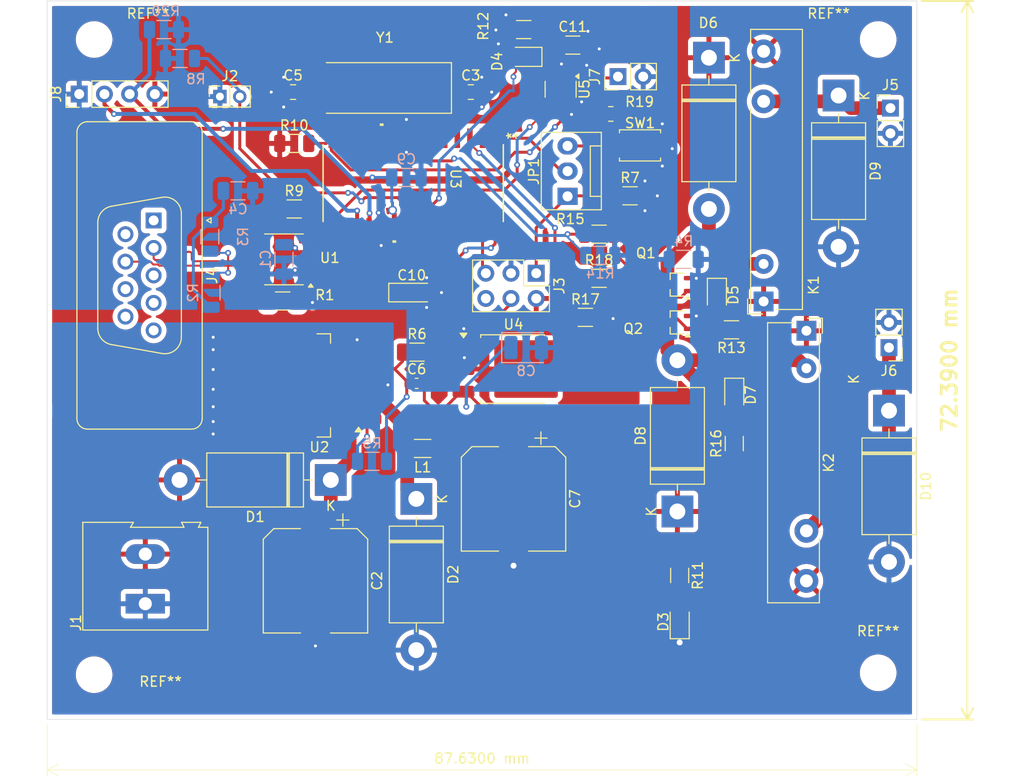
<source format=kicad_pcb>
(kicad_pcb (version 20240108) (generator "pcbnew") (generator_version "8.0")
  (layers (0 "F.Cu" signal) (31 "B.Cu" signal) (34 "B.Paste" user) (35 "F.Paste" user) (36 "B.SilkS" user "B.Silkscreen") (37 "F.SilkS" user "F.Silkscreen") (38 "B.Mask" user) (39 "F.Mask" user) (44 "Edge.Cuts" user))
  (net 0 "")
  (net 1 "+5V")
  (net 2 "GND")
  (net 3 "/OSC1")
  (net 4 "Net-(C4-Pad1)")
  (net 5 "/OSC2")
  (net 6 "Net-(U2-FB)")
  (net 7 "Vbat")
  (net 8 "Net-(D3-A)")
  (net 9 "GNDPWR")
  (net 10 "Net-(D4-K)")
  (net 11 "LED_pneumatics")
  (net 12 "Net-(D5-A)")
  (net 13 "Net-(D7-A)")
  (net 14 "Solenoide")
  (net 15 "Boto")
  (net 16 "PGC")
  (net 18 "MCLR")
  (net 19 "PGD")
  (net 27 "Net-(Q1-B)")
  (net 28 "Net-(Q2-B)")
  (net 29 "Net-(U1-Rs)")
  (net 30 "SCA")
  (net 31 "SCL")
  (net 32 "R_Bomba")
  (net 33 "R_Dipòsit")
  (net 35 "TXD")
  (net 36 "RXD")
  (net 42 "CANRX")
  (net 44 "CANTX")
  (net 49 "Nivell_combustible")
  (net 50 "Net-(JP1-B)")
  (net 51 "Net-(JP1-C)")
  (net 52 "/Can-")
  (net 53 "/Can+")
  (net 54 "Bomba_combustible")
  (net 55 "Retorn_sol")
  (net 56 "Retorn_dip")
  (net 57 "Vin_Buck")
  (net 58 "Vin_LDO")
  (net 59 "Vout_Buck")
  (footprint "Library:TO-252-3_TabPin2" (layer "F.Cu") (at 175.26 108.204)
    (property "Reference" "U4")
    (property "Value" "LM1117DT-5.0")
  )
  (footprint "Diode_THT:D_DO-201AD_P15.24mm_Horizontal" (layer "F.Cu") (at 213.09 112.395 -90)
    (property "Reference" "D10")
    (property "Value" "1N5408")
  )
  (footprint "Capacitor_SMD:C_1206_3216Metric" (layer "F.Cu") (at 181.229 75.565)
    (property "Reference" "C11")
    (property "Value" "100nF")
  )
  (footprint "Librery_SOIC28:SOIC28-W_MC_MCH" (layer "F.Cu") (at 165.15 89.47 -90)
    (property "Reference" "U3")
    (property "Value" "PIC18F258-I/SO")
  )
  (footprint "Diode_THT:D_DO-201AD_P15.24mm_Horizontal" (layer "F.Cu") (at 165.465 121.285 -90)
    (property "Reference" "D2")
    (property "Value" "1N5822")
  )
  (footprint "LED_SMD:LED_0805_2012Metric" (layer "F.Cu") (at 176.4375 76.75 180)
    (property "Reference" "D4")
    (property "Value" "LED")
  )
  (footprint "Diode_THT:D_DO-201AD_P15.24mm_Horizontal" (layer "F.Cu") (at 208.01 80.645 -90)
    (property "Reference" "D9")
    (property "Value" "1N5408")
  )
  (footprint "MountingHole:MountingHole_3.2mm_M3" (layer "F.Cu") (at 133 75)
    (property "Reference" "REF**")
    (property "Value" "MountingHole_3.2mm_M3")
  )
  (footprint "Package_TO_SOT_SMD:SOT-323_SC-70" (layer "F.Cu") (at 191.77 99.695 180)
    (property "Reference" "Q1")
    (property "Value" "2SC4213")
  )
  (footprint "Resistor_SMD:R_1206_3216Metric" (layer "F.Cu") (at 153.162 92.075)
    (property "Reference" "R9")
    (property "Value" "10K")
  )
  (footprint "LED_SMD:LED_0805_2012Metric" (layer "F.Cu") (at 192 133.6875 90)
    (property "Reference" "D3")
    (property "Value" "LED")
  )
  (footprint "Diode_THT:D_DO-201AD_P15.24mm_Horizontal" (layer "F.Cu") (at 191.77 122.555 90)
    (property "Reference" "D8")
    (property "Value" "1N5408")
  )
  (footprint "Capacitor_SMD:C_0603_1608Metric" (layer "F.Cu") (at 165.5 109.65)
    (property "Reference" "C6")
    (property "Value" "1nF")
  )
  (footprint "Resistor_SMD:R_1206_3216Metric" (layer "F.Cu") (at 153.162 85.471)
    (property "Reference" "R10")
    (property "Value" "10K")
  )
  (footprint "Capacitor_SMD:C_0805_2012Metric" (layer "F.Cu") (at 153.05 80.3)
    (property "Reference" "C5")
    (property "Value" "15p")
  )
  (footprint "LED_SMD:LED_0805_2012Metric" (layer "F.Cu") (at 197.5 110.8125 -90)
    (property "Reference" "D7")
    (property "Value" "LED")
  )
  (footprint "Resistor_SMD:R_1206_3216Metric" (layer "F.Cu") (at 187 90.75)
    (property "Reference" "R7")
    (property "Value" "4,7k")
  )
  (footprint "Resistor_SMD:R_1206_3216Metric" (layer "F.Cu") (at 192 129 -90)
    (property "Reference" "R11")
    (property "Value" "460")
  )
  (footprint "Package_TO_SOT_SMD:SOT-323_SC-70" (layer "F.Cu") (at 191.77 103.505 180)
    (property "Reference" "Q2")
    (property "Value" "2SC4213")
  )
  (footprint "Resistor_SMD:R_1206_3216Metric" (layer "F.Cu") (at 197.5 115.7125 90)
    (property "Reference" "R16")
    (property "Value" "510")
  )
  (footprint "Connector_PinHeader_2.54mm:PinHeader_1x02_P2.54mm_Vertical" (layer "F.Cu") (at 213.09 106.05 180)
    (property "Reference" "J6")
    (property "Value" "Conn_01x02")
  )
  (footprint "Resistor_SMD:R_1206_3216Metric" (layer "F.Cu") (at 165.5375 106.5)
    (property "Reference" "R6")
    (property "Value" "3,9K")
  )
  (footprint "MountingHole:MountingHole_3.2mm_M3" (layer "F.Cu") (at 133 139)
    (property "Reference" "REF**")
    (property "Value" "MountingHole_3.2mm_M3")
  )
  (footprint "Diode_THT:D_DO-201AD_P15.24mm_Horizontal" (layer "F.Cu") (at 194.945 76.835 -90)
    (property "Reference" "D6")
    (property "Value" "1N5408")
  )
  (footprint "MountingHole:MountingHole_3.2mm_M3" (layer "F.Cu") (at 212 138.811)
    (property "Reference" "REF**")
    (property "Value" "MountingHole_3.2mm_M3")
  )
  (footprint "Package_SO:SOIC-8_3.9x4.9mm_P1.27mm" (layer "F.Cu") (at 152.13 97.155 180)
    (property "Reference" "U1")
    (property "Value" "MCP2551-I-SN")
  )
  (footprint "Resistor_SMD:R_1206_3216Metric" (layer "F.Cu") (at 152 101.346)
    (property "Reference" "R1")
    (property "Value" "15k")
  )
  (footprint "Library:TO-263-5_TabPin3" (layer "F.Cu") (at 151.995 109.855 180)
    (property "Reference" "U2")
    (property "Value" "LM2596S-ADJ")
  )
  (footprint "Resistor_SMD:R_1206_3216Metric" (layer "F.Cu") (at 182.499 102.997)
    (property "Reference" "R17")
    (property "Value" "4.7K")
  )
  (footprint "Connector_PinHeader_2.54mm:PinHeader_1x04_P2.54mm_Vertical" (layer "F.Cu") (at 131.5 80.5 90)
    (property "Reference" "J8")
    (property "Value" "Conn_01x04")
  )
  (footprint "Connector:FanPinHeader_1x03_P2.54mm_Vertical" (layer "F.Cu") (at 180.705 90.805 90)
    (property "Reference" "JP1")
    (property "Value" "Jumper_3_Open")
  )
  (footprint "Resistor_SMD:R_1206_3216Metric" (layer "F.Cu") (at 176.2875 74 180)
    (property "Reference" "R12")
    (property "Value" "515")
  )
  (footprint "Button_Switch_SMD:SW_Push_SPST_NO_Alps_SKRK" (layer "F.Cu") (at 188.005 85.67)
    (property "Reference" "SW1")
    (property "Value" "SW_Push")
  )
  (footprint "Relay_THT:Relay_SPST-NO_Fujitsu_FTR-LYAA005x_FormA_Vertical" (layer "F.Cu") (at 204.7675 104.3475 -90)
    (property "Reference" "K2")
    (property "Value" "Fujitsu_FTR-LYAA005x")
  )
  (footprint "Resistor_SMD:R_0805_2012Metric" (layer "F.Cu") (at 185.0625 82.5)
    (property "Reference" "R19")
    (property "Value" "10k")
  )
  (footprint "LED_SMD:LED_0805_2012Metric" (layer "F.Cu") (at 195.75 100.75 -90)
    (property "Reference" "D5")
    (property "Value" "LED")
  )
  (footprint "Connector_PinHeader_2.54mm:PinHeader_1x02_P2.54mm_Vertical" (layer "F.Cu") (at 185.785 78.74 90)
    (property "Reference" "J7")
    (property "Value" "Conn_01x02")
  )
  (footprint "Crystal:Crystal_SMD_HC49-SD" (layer "F.Cu") (at 162.306 79.883 180)
    (property "Reference" "Y1")
    (property "Value" "HC-49-US")
  )
  (footprint "Capacitor_SMD:CP_Elec_10x10" (layer "F.Cu") (at 155.305 129.54 -90)
    (property "Reference" "C2")
    (property "Value" "120uF")
  )
  (footprint "Inductor_SMD:L_1206_3216Metric" (layer "F.Cu") (at 166.1 116.205 180)
    (property "Reference" "L1")
    (property "Value" "33u")
  )
  (footprint "Connector_PinHeader_2.00mm:PinHeader_2x01_P2.00mm_Vertical" (layer "F.Cu") (at 145.675 80.75)
    (property "Reference" "J2")
    (property "Value" "Conn_01x02")
  )
  (footprint "Resistor_SMD:R_1206_3216Metric" (layer "F.Cu") (at 183.88 94.615)
    (property "Reference" "R15")
    (property "Value" "1k")
  )
  (footprint "Capacitor_SMD:CP_Elec_10x10" (layer "F.Cu") (at 175.26 121.285 -90)
    (property "Reference" "C7")
    (property "Value" "470uF")
  )
  (footprint "Resistor_SMD:R_1206_3216Metric" (layer "F.Cu") (at 183.88 99.06)
    (property "Reference" "R18")
    (property "Value" "1k")
  )
  (footprint "Connector_PinHeader_2.54mm:PinHeader_1x02_P2.54mm_Vertical" (layer "F.Cu") (at 213.233 81.915)
    (property "Reference" "J5")
    (property "Value" "Conn_01x02")
  )
  (footprint "Connector_PinHeader_2.54mm:PinHeader_2x03_P2.54mm_Vertical" (layer "F.Cu") (at 177.546 98.552 -90)
    (property "Reference" "J3")
    (property "Value" "Conn_02x03_Counter_Clockwise")
  )
  (footprint "Capacitor_SMD:C_0805_2012Metric" (layer "F.Cu") (at 170.955 80.3)
    (property "Reference" "C3")
    (property "Value" "15p")
  )
  (footprint "MountingHole:MountingHole_3.2mm_M3" (layer "F.Cu") (at 212 75)
    (property "Reference" "REF**")
    (property "Value" "MountingHole_3.2mm_M3")
  )
  (footprint "Relay_THT:Relay_SPST-NO_Fujitsu_FTR-LYAA005x_FormA_Vertical" (layer "F.Cu") (at 200.4575 101.3925 90)
    (property "Reference" "K1")
    (property "Value" "Fujitsu_FTR-LYAA005x")
  )
  (footprint "Connector_Dsub:DSUB-9_Male_Vertical_P2.77x2.84mm" (layer "F.Cu") (at 139 93.23 -90)
    (property "Reference" "J4")
    (property "Value" "DE9_Plug")
  )
  (footprint "Package_TO_SOT_SMD:SOT-23-6" (layer "F.Cu") (at 180.005 80.01 -90)
    (property "Reference" "U5")
    (property "Value" "MCP4725xxx-xCH")
  )
  (footprint "Diode_THT:D_DO-201AD_P15.24mm_Horizontal" (layer "F.Cu") (at 156.845 119.38 180)
    (property "Reference" "D1")
    (property "Value" "MBR340")
  )
  (footprint "Resistor_SMD:R_1206_3216Metric" (layer "F.Cu") (at 197.2125 104.25 180)
    (property "Reference" "R13")
    (property "Value" "510")
  )
  (footprint "Capacitor_Tantalum_SMD:CP_EIA-3216-12_Kemet-S" (layer "F.Cu") (at 165 100.5)
    (property "Reference" "C10")
    (property "Value" "22u")
  )
  (footprint "TerminalBlock:TerminalBlock_Altech_AK300-2_P5.00mm" (layer "F.Cu") (at 138.16 131.85 90)
    (property "Reference" "J1")
    (property "Value" "Screw_Terminal_01x02")
  )
  (footprint "Capacitor_Tantalum_SMD:CP_EIA-3528-12_Kemet-T" (layer "B.Cu") (at 176.53 106.045)
    (property "Reference" "C8")
    (property "Value" "10u")
  )
  (footprint "Resistor_SMD:R_1206_3216Metric" (layer "B.Cu") (at 184 96.75)
    (property "Reference" "R14")
    (property "Value" "4,7k")
  )
  (footprint "Resistor_SMD:R_1206_3216Metric" (layer "B.Cu") (at 140.0375 74)
    (property "Reference" "R20")
    (property "Value" "10k")
  )
  (footprint "Resistor_SMD:R_1206_3216Metric" (layer "B.Cu") (at 141.649 76.911 180)
    (property "Reference" "R8")
    (property "Value" "4,7k")
  )
  (footprint "Resistor_SMD:R_1206_3216Metric" (layer "B.Cu") (at 192.405 97.155 180)
    (property "Reference" "R4")
    (property "Value" "0")
  )
  (footprint "Capacitor_SMD:C_1206_3216Metric" (layer "B.Cu") (at 147.5 90.25)
    (property "Reference" "C4")
    (property "Value" "100pF")
  )
  (footprint "Capacitor_SMD:C_1206_3216Metric" (layer "B.Cu") (at 152.13 97.155 -90)
    (property "Reference" "C1")
    (property "Value" "100nF")
  )
  (footprint "Resistor_SMD:R_1206_3216Metric" (layer "B.Cu") (at 161 117.5 180)
    (property "Reference" "R5")
    (property "Value" "1k")
  )
  (footprint "Capacitor_SMD:C_1206_3216Metric" (layer "B.Cu") (at 164.465 88.9 180)
    (property "Reference" "C9")
    (property "Value" "100nF")
  )
  (footprint "Resistor_SMD:R_1206_3216Metric" (layer "B.Cu") (at 144.78 100.5225 -90)
    (property "Reference" "R2")
    (property "Value" "60")
  )
  (footprint "Resistor_SMD:R_1206_3216Metric" (layer "B.Cu") (at 144.653 94.869 -90)
    (property "Reference" "R3")
    (property "Value" "60")
  )
  (gr_rect (start 128.27 71.12) (end 215.9 143.51) (stroke (width 0.05)) (fill none) (layer "Edge.Cuts"))
  (dimension (type aligned) (layer "F.SilkS") (pts (xy 215.9 143.51) (xy 128.27 143.51)) (height -5.08) (gr_text "87,6300 mm" (at 172.085 147.44 0) (layer "F.SilkS") (effects (font (size 1 1) (thickness 0.15)))) (format (prefix "") (suffix "") (units 3) (units_format 1) (precision 4)) (style (thickness 0.05) (arrow_length 1.27) (text_position_mode 0) (extension_height 0.58642) (extension_offset 0.5) keep_text_aligned))
  (dimension (type aligned) (layer "F.SilkS") (pts (xy 215.9 143.51) (xy 215.9 71.12)) (height 5.08) (gr_text "72,3900 mm" (at 219.18 107.315 90) (layer "F.SilkS") (effects (font (size 1.5 1.5) (thickness 0.3)))) (format (prefix "") (suffix "") (units 3) (units_format 1) (precision 4)) (style (thickness 0.2) (arrow_length 1.27) (text_position_mode 0) (extension_height 0.58642) (extension_offset 0.5) keep_text_aligned))
  (segment (start 163.245 92.379) (end 163.068 92.202) (width 0.2) (layer "F.Cu") (net 1))
  (segment (start 163.245 93.9912) (end 163.245 92.379) (width 0.2) (layer "F.Cu") (net 1))
  (segment (start 153.77 96.52) (end 153.25 96) (width 0.2) (layer "F.Cu") (net 1))
  (segment (start 154.605 96.52) (end 153.77 96.52) (width 0.2) (layer "F.Cu") (net 1))
  (via (at 161.036 88.9) (size 0.6) (drill 0.3) (layers "F.Cu" "B.Cu") (net 1))
  (via (at 153.25 96) (size 0.6) (drill 0.3) (layers "F.Cu" "B.Cu") (net 1))
  (via (at 163.068 92.202) (size 0.9) (drill 0.6) (layers "F.Cu" "B.Cu") (net 1))
  (segment (start 162.99 91.362) (end 162.99 88.9) (width 0.3) (layer "B.Cu") (net 1))
  (segment (start 161.036 88.9) (end 162.99 88.9) (width 0.3) (layer "B.Cu") (net 1))
  (segment (start 163.068 92.202) (end 163.068 91.44) (width 0.3) (layer "B.Cu") (net 1))
  (segment (start 163.068 91.44) (end 162.99 91.362) (width 0.2) (layer "B.Cu") (net 1))
  (segment (start 153.25 96) (end 152.45 96) (width 0.2) (layer "B.Cu") (net 1))
  (segment (start 152.45 96) (end 152.13 95.68) (width 0.2) (layer "B.Cu") (net 1))
  (segment (start 166.5 102) (end 166.5 100.65) (width 0.2) (layer "F.Cu") (net 2))
  (segment (start 182.626 77.597) (end 182.704 77.519) (width 0.2) (layer "F.Cu") (net 2))
  (segment (start 173.736 75.438) (end 174.117 75.438) (width 0.2) (layer "F.Cu") (net 2))
  (segment (start 189.75 90.75) (end 188.4625 90.75) (width 0.3) (layer "F.Cu") (net 2))
  (segment (start 170.25 104.14) (end 170.25 105.894) (width 0.2) (layer "F.Cu") (net 2))
  (segment (start 153.25 98.25) (end 154.145 98.25) (width 0.2) (layer "F.Cu") (net 2))
  (segment (start 191.25 86) (end 190.435 86) (width 0.3) (layer "F.Cu") (net 2))
  (segment (start 161.671 92.456) (end 161.671 93.6872) (width 0.2) (layer "F.Cu") (net 2))
  (segment (start 183.085 75.946) (end 182.704 75.565) (width 0.2) (layer "F.Cu") (net 2))
  (segment (start 188.4625 90.75) (end 188.4625 89.2875) (width 0.3) (layer "F.Cu") (net 2))
  (segment (start 166.5 100.65) (end 166.35 100.5) (width 0.2) (layer "F.Cu") (net 2))
  (segment (start 182.118 81.28) (end 181.0875 81.28) (width 0.3) (layer "F.Cu") (net 2))
  (segment (start 174.498 72.517) (end 174.498 73.673) (width 0.2) (layer "F.Cu") (net 2))
  (segment (start 185.293 103.124) (end 184.0885 103.124) (width 0.3) (layer "F.Cu") (net 2))
  (segment (start 161.671 93.6872) (end 161.975 93.9912) (width 0.2) (layer "F.Cu") (net 2))
  (segment (start 170.046 105.75) (end 170.22 105.924) (width 0.2) (layer "F.Cu") (net 2))
  (segment (start 180.086 77.47) (end 180.086 78.7915) (width 0.3) (layer "F.Cu") (net 2))
  (segment (start 170.25 105.894) (end 170.22 105.924) (width 0.2) (layer "F.Cu") (net 2))
  (segment (start 173.482 74.041) (end 174.784 74.041) (width 0.2) (layer "F.Cu") (net 2))
  (segment (start 184.023 102.9355) (end 183.9615 102.997) (width 0.2) (layer "F.Cu") (net 2))
  (segment (start 188.5 92.25) (end 188.5 90.7875) (width 0.3) (layer "F.Cu") (net 2))
  (segment (start 166.5 100.35) (end 166.35 100.5) (width 0.2) (layer "F.Cu") (net 2))
  (segment (start 183.896 75.946) (end 183.085 75.946) (width 0.3) (layer "F.Cu") (net 2))
  (segment (start 190.25 83.5) (end 190.105 83.645) (width 0.2) (layer "F.Cu") (net 2))
  (segment (start 164.465 84.9988) (end 164.515 84.9488) (width 0.2) (layer "F.Cu") (net 2))
  (segment (start 184.023 103.0585) (end 183.9615 102.997) (width 0.2) (layer "F.Cu") (net 2))
  (segment (start 182.704 77.519) (end 182.704 75.565) (width 0.2) (layer "F.Cu") (net 2))
  (segment (start 190.25 87.75) (end 190.105 87.605) (width 0.2) (layer "F.Cu") (net 2))
  (segment (start 181.0875 81.28) (end 180.955 81.1475) (width 0.2) (layer "F.Cu") (net 2))
  (segment (start 174.825 74.73) (end 174.825 74) (width 0.2) (layer "F.Cu") (net 2))
  (segment (start 170.307 107.061) (end 170.22 106.974) (width 0.2) (layer "F.Cu") (net 2))
  (segment (start 188.4625 89.2875) (end 188.5 89.25) (width 0.2) (layer "F.Cu") (net 2))
  (segment (start 190.435 86) (end 190.105 85.67) (width 0.2) (layer "F.Cu") (net 2))
  (segment (start 182.753 74.168) (end 182.753 75.516) (width 0.2) (layer "F.Cu") (net 2))
  (segment (start 184.0885 103.124) (end 183.9615 102.997) (width 0.2) (layer "F.Cu") (net 2))
  (segment (start 182.753 75.516) (end 182.704 75.565) (width 0.2) (layer "F.Cu") (net 2))
  (segment (start 161.925 95.758) (end 161.925 94.0412) (width 0.2) (layer "F.Cu") (net 2))
  (segment (start 164.515 83.108) (end 164.465 83.058) (width 0.2) (layer "F.Cu") (net 2))
  (segment (start 154.145 98.25) (end 154.605 97.79) (width 0.2) (layer "F.Cu") (net 2))
  (segment (start 190.105 87.605) (end 190.105 85.67) (width 0.3) (layer "F.Cu") (net 2))
  (segment (start 174.117 75.438) (end 174.825 74.73) (width 0.2) (layer "F.Cu") (net 2))
  (segment (start 153.6165 101.5) (end 153.4625 101.346) (width 0.2) (layer "F.Cu") (net 2))
  (segment (start 170.22 106.974) (end 170.22 105.924) (width 0.2) (layer "F.Cu") (net 2))
  (segment (start 174.498 73.673) (end 174.825 74) (width 0.2) (layer "F.Cu") (net 2))
  (segment (start 181.102 81.2945) (end 180.955 81.1475) (width 0.2) (layer "F.Cu") (net 2))
  (segment (start 188.5 90.7875) (end 188.4625 90.75) (width 0.2) (layer "F.Cu") (net 2))
  (segment (start 161.925 94.0412) (end 161.975 93.9912) (width 0.2) (layer "F.Cu") (net 2))
  (segment (start 164.465 86.36) (end 164.465 84.9988) (width 0.2) (layer "F.Cu") (net 2))
  (segment (start 168 100.5) (end 166.35 100.5) (width 0.2) (layer "F.Cu") (net 2))
  (segment (start 174.784 74.041) (end 174.825 74) (width 0.2) (layer "F.Cu") (net 2))
  (segment (start 181.102 82.55) (end 181.102 81.2945) (width 0.2) (layer "F.Cu") (net 2))
  (segment (start 155 101.5) (end 153.6165 101.5) (width 0.3) (layer "F.Cu") (net 2))
  (segment (start 190.105 83.645) (end 190.105 85.67) (width 0.3) (layer "F.Cu") (net 2))
  (segment (start 164.515 84.9488) (end 164.515 83.108) (width 0.3) (layer "F.Cu") (net 2))
  (segment (start 166.5 99) (end 166.5 100.35) (width 0.2) (layer "F.Cu") (net 2))
  (segment (start 180.086 78.7915) (end 180.005 78.8725) (width 0.2) (layer "F.Cu") (net 2))
  (via (at 172.055 81.8) (size 0.6) (drill 0.3) (layers "F.Cu" "B.Cu") (net 2))
  (via (at 181.102 82.55) (size 0.6) (drill 0.3) (layers "F.Cu" "B.Cu") (net 2))
  (via (at 188.5 92.25) (size 0.6) (drill 0.3) (layers "F.Cu" "B.Cu") (net 2))
  (via (at 190.25 87.75) (size 0.6) (drill 0.3) (layers "F.Cu" "B.Cu") (net 2))
  (via (at 189.75 90.75) (size 0.6) (drill 0.3) (layers "F.Cu" "B.Cu") (net 2))
  (via (at 190.25 83.5) (size 0.6) (drill 0.3) (layers "F.Cu" "B.Cu") (net 2))
  (via (at 170.25 104.14) (size 0.6) (drill 0.3) (layers "F.Cu" "B.Cu") (net 2))
  (via (at 155 101.5) (size 0.6) (drill 0.3) (layers "F.Cu" "B.Cu") (net 2))
  (via (at 166.5 99) (size 0.6) (drill 0.3) (layers "F.Cu" "B.Cu") (net 2))
  (via (at 173.482 74.041) (size 0.6) (drill 0.3) (layers "F.Cu" "B.Cu") (net 2))
  (via (at 191.25 86) (size 0.6) (drill 0.3) (layers "F.Cu" "B.Cu") (net 2))
  (via (at 161.671 92.456) (size 0.6) (drill 0.3) (layers "F.Cu" "B.Cu") (net 2))
  (via (at 188.5 89.25) (size 0.6) (drill 0.3) (layers "F.Cu" "B.Cu") (net 2))
  (via (at 182.626 77.597) (size 0.6) (drill 0.3) (layers "F.Cu" "B.Cu") (net 2))
  (via (at 152.1 78.8) (size 0.6) (drill 0.3) (layers "F.Cu" "B.Cu") (net 2))
  (via (at 182.753 74.168) (size 0.6) (drill 0.3) (layers "F.Cu" "B.Cu") (net 2))
  (via (at 173.055 80.3) (size 0.6) (drill 0.3) (layers "F.Cu" "B.Cu") (net 2))
  (via (at 153.25 98.25) (size 0.6) (drill 0.3) (layers "F.Cu" "B.Cu") (net 2))
  (via (at 182.118 81.28) (size 0.6) (drill 0.3) (layers "F.Cu" "B.Cu") (net 2))
  (via (at 166.5 102) (size 0.6) (drill 0.3) (layers "F.Cu" "B.Cu") (net 2))
  (via (at 164.465 83.058) (size 0.6) (drill 0.3) (layers "F.Cu" "B.Cu") (net 2))
  (via (at 173.736 75.438) (size 0.6) (drill 0.3) (layers "F.Cu" "B.Cu") (net 2))
  (via (at 168 100.5) (size 0.6) (drill 0.3) (layers "F.Cu" "B.Cu") (net 2))
  (via (at 161.925 95.758) (size 0.6) (drill 0.3) (layers "F.Cu" "B.Cu") (net 2))
  (via (at 150.85 80.3) (size 0.6) (drill 0.3) (layers "F.Cu" "B.Cu") (net 2))
  (via (at 172.055 78.8) (size 0.6) (drill 0.3) (layers "F.Cu" "B.Cu") (net 2))
  (via (at 183.896 75.946) (size 0.6) (drill 0.3) (layers "F.Cu" "B.Cu") (net 2))
  (via (at 185.293 103.124) (size 0.6) (drill 0.3) (layers "F.Cu" "B.Cu") (net 2))
  (via (at 170.307 107.061) (size 0.6) (drill 0.3) (layers "F.Cu" "B.Cu") (net 2))
  (via (at 174.498 72.517) (size 0.6) (drill 0.3) (layers "F.Cu" "B.Cu") (net 2))
  (via (at 164.465 86.36) (size 0.6) (drill 0.3) (layers "F.Cu" "B.Cu") (net 2))
  (via (at 152.1 81.8) (size 0.6) (drill 0.3) (layers "F.Cu" "B.Cu") (net 2))
  (via (at 180.086 77.47) (size 0.6) (drill 0.3) (layers "F.Cu" "B.Cu") (net 2))
  (segment (start 139.998 77.0995) (end 140.1865 76.911) (width 0.2) (layer "B.Cu") (net 2))
  (segment (start 164.465 87.425) (end 165.94 88.9) (width 0.2) (layer "B.Cu") (net 2))
  (segment (start 140.125 76.8495) (end 140.1865 76.911) (width 0.2) (layer "B.Cu") (net 2))
  (segment (start 152.13 98.63) (end 152.87 98.63) (width 0.2) (layer "B.Cu") (net 2))
  (segment (start 152.87 98.63) (end 153.25 98.25) (width 0.2) (layer "B.Cu") (net 2))
  (segment (start 164.465 86.36) (end 164.465 87.425) (width 0.2) (layer "B.Cu") (net 2))
  (segment (start 163.245 84.9488) (end 163.245 82.881) (width 0.3) (layer "F.Cu") (net 3))
  (segment (start 166.243 79.883) (end 166.556 79.883) (width 0.2) (layer "F.Cu") (net 3))
  (segment (start 166.973 80.3) (end 166.556 79.883) (width 0.2) (layer "F.Cu") (net 3))
  (segment (start 163.245 82.881) (end 166.243 79.883) (width 0.3) (layer "F.Cu") (net 3))
  (segment (start 170.005 80.3) (end 166.973 80.3) (width 0.3) (layer "F.Cu") (net 3))
  (segment (start 143 100.205) (end 143 95.0595) (width 0.3) (layer "B.Cu") (net 4))
  (segment (start 143 95.0595) (end 144.653 93.4065) (width 0.3) (layer "B.Cu") (net 4))
  (segment (start 144.653 93.4065) (end 146.025 92.0345) (width 0.3) (layer "B.Cu") (net 4))
  (segment (start 144.78 101.985) (end 143 100.205) (width 0.3) (layer "B.Cu") (net 4))
  (segment (start 146.025 92.0345) (end 146.025 90.25) (width 0.3) (layer "B.Cu") (net 4))
  (segment (start 157.639 80.3) (end 158.056 79.883) (width 0.2) (layer "F.Cu") (net 5))
  (segment (start 158.056 80.346) (end 158.056 79.883) (width 0.2) (layer "F.Cu") (net 5))
  (segment (start 154 80.3) (end 157.639 80.3) (width 0.3) (layer "F.Cu") (net 5))
  (segment (start 161.975 84.9488) (end 161.975 84.265) (width 0.2) (layer "F.Cu") (net 5))
  (segment (start 161.975 84.242801) (end 161.975 84.9488) (width 0.2) (layer "F.Cu") (net 5))
  (segment (start 161.975 84.265) (end 158.056 80.346) (width 0.3) (layer "F.Cu") (net 5))
  (segment (start 164.075 106.5) (end 164.075 107.425) (width 0.2) (layer "F.Cu") (net 6))
  (segment (start 164.5 111) (end 164.5 109.875) (width 0.3) (layer "F.Cu") (net 6))
  (segment (start 163.23 108.155) (end 159.645 108.155) (width 0.3) (layer "F.Cu") (net 6))
  (segment (start 164.075 107.425) (end 163.2875 108.2125) (width 0.3) (layer "F.Cu") (net 6))
  (segment (start 164.5 109.875) (end 164.725 109.65) (width 0.2) (layer "F.Cu") (net 6))
  (segment (start 164.725 109.65) (end 163.2875 108.2125) (width 0.3) (layer "F.Cu") (net 6))
  (segment (start 163.2875 108.2125) (end 163.23 108.155) (width 0.2) (layer "F.Cu") (net 6))
  (via (at 164.5 111) (size 0.6) (drill 0.3) (layers "F.Cu" "B.Cu") (net 6))
  (segment (start 162.4625 117.5) (end 162.4625 113.0375) (width 0.3) (layer "B.Cu") (net 6))
  (segment (start 162.4625 113.0375) (end 164.5 111) (width 0.3) (layer "B.Cu") (net 6))
  (segment (start 138.24 126.77) (end 138.16 126.85) (width 1.38) (layer "F.Cu") (net 7))
  (segment (start 192 132.75) (end 192 130.4625) (width 0.3) (layer "F.Cu") (net 8))
  (segment (start 146.9 108.25) (end 148.07 107.08) (width 0.2) (layer "F.Cu") (net 9))
  (segment (start 162.6 109.8) (end 162.545 109.855) (width 0.2) (layer "F.Cu") (net 9))
  (segment (start 193.675 102.855) (end 192.77 102.855) (width 0.2) (layer "F.Cu") (net 9))
  (segment (start 145 110.25) (end 145.395 109.855) (width 0.2) (layer "F.Cu") (net 9))
  (segment (start 145 112) (end 145.63 112.63) (width 0.2) (layer "F.Cu") (net 9))
  (segment (start 162.545 109.855) (end 159.645 109.855) (width 0.3) (layer "F.Cu") (net 9))
  (segment (start 192 135.75) (end 192 134.625) (width 0.3) (layer "F.Cu") (net 9))
  (segment (start 145.95 114.75) (end 148.07 112.63) (width 0.2) (layer "F.Cu") (net 9))
  (segment (start 145 114.75) (end 145.95 114.75) (width 0.2) (layer "F.Cu") (net 9))
  (segment (start 145.63 112.63) (end 148.07 112.63) (width 0.2) (layer "F.Cu") (net 9))
  (segment (start 145 106.25) (end 147.24 106.25) (width 0.2) (layer "F.Cu") (net 9))
  (segment (start 192.785 99.06) (end 192.77 99.045) (width 0.2) (layer "F.Cu") (net 9))
  (segment (start 145 108.25) (end 146.9 108.25) (width 0.2) (layer "F.Cu") (net 9))
  (segment (start 145.87 112.63) (end 148.07 112.63) (width 0.2) (layer "F.Cu") (net 9))
  (segment (start 159.5 106.31) (end 159.645 106.455) (width 0.2) (layer "F.Cu") (net 9))
  (segment (start 145 105) (end 145.99 105) (width 0.2) (layer "F.Cu") (net 9))
  (segment (start 145 113.5) (end 145.87 112.63) (width 0.2) (layer "F.Cu") (net 9))
  (segment (start 193.675 99.06) (end 192.785 99.06) (width 0.3) (layer "F.Cu") (net 9))
  (segment (start 159.5 105.25) (end 159.5 106.31) (width 0.3) (layer "F.Cu") (net 9))
  (segment (start 192.375 135) (end 192 134.625) (width 0.2) (layer "F.Cu") (net 9))
  (segment (start 191.625 135) (end 192 134.625) (width 0.2) (layer "F.Cu") (net 9))
  (segment (start 145.395 109.855) (end 150.495 109.855) (width 0.2) (layer "F.Cu") (net 9))
  (segment (start 147.24 106.25) (end 148.07 107.08) (width 0.2) (layer "F.Cu") (net 9))
  (segment (start 175.26 128.016) (end 175.26 125.285) (width 0.3) (layer "F.Cu") (net 9))
  (segment (start 145.99 105) (end 148.07 107.08) (width 0.2) (layer "F.Cu") (net 9))
  (segment (start 155.305 136.033) (end 155.305 133.54) (width 0.3) (layer "F.Cu") (net 9))
  (via (at 175.26 128.016) (size 0.9) (drill 0.6) (layers "F.Cu" "B.Cu") (net 9))
  (via (at 145 108.25) (size 0.6) (drill 0.3) (layers "F.Cu" "B.Cu") (net 9))
  (via (at 145 106.25) (size 0.6) (drill 0.3) (layers "F.Cu" "B.Cu") (net 9))
  (via (at 145 112) (size 0.6) (drill 0.3) (layers "F.Cu" "B.Cu") (net 9))
  (via (at 162.6 109.8) (size 0.6) (drill 0.3) (layers "F.Cu" "B.Cu") (net 9))
  (via (at 145 114.75) (size 0.6) (drill 0.3) (layers "F.Cu" "B.Cu") (net 9))
  (via (at 145 113.5) (size 0.6) (drill 0.3) (layers "F.Cu" "B.Cu") (net 9))
  (via (at 155.3 136.1) (size 0.6) (drill 0.3) (layers "F.Cu" "B.Cu") (net 9))
  (via (at 145 105) (size 0.6) (drill 0.3) (layers "F.Cu" "B.Cu") (net 9))
  (via (at 159.5 105.25) (size 0.6) (drill 0.3) (layers "F.Cu" "B.Cu") (net 9))
  (via (at 193.675 102.855) (size 0.6) (drill 0.3) (layers "F.Cu" "B.Cu") (net 9))
  (via (at 145 110.25) (size 0.6) (drill 0.3) (layers "F.Cu" "B.Cu") (net 9))
  (via (at 193.675 99.06) (size 0.6) (drill 0.3) (layers "F.Cu" "B.Cu") (net 9))
  (via (at 192 135.75) (size 0.9) (drill 0.6) (layers "F.Cu" "B.Cu") (net 9))
  (segment (start 177.75 74) (end 177.75 76.375) (width 0.2) (layer "F.Cu") (net 10))
  (segment (start 177.75 76.375) (end 177.375 76.75) (width 0.2) (layer "F.Cu") (net 10))
  (segment (start 175.5 78.25) (end 175.5 76.75) (width 0.2) (layer "F.Cu") (net 11))
  (segment (start 175.25 78.75) (end 175.25 78.5) (width 0.2) (layer "F.Cu") (net 11))
  (segment (start 165.785 93.9912) (end 165.785 92.965) (width 0.2) (layer "F.Cu") (net 11))
  (segment (start 165.785 92.965) (end 167.75 91) (width 0.3) (layer "F.Cu") (net 11))
  (segment (start 175.25 78.5) (end 175.5 78.25) (width 0.2) (layer "F.Cu") (net 11))
  (via (at 167.75 91) (size 0.6) (drill 0.3) (layers "F.Cu" "B.Cu") (net 11))
  (via (at 175.25 78.75) (size 0.6) (drill 0.3) (layers "F.Cu" "B.Cu") (net 11))
  (segment (start 167.75 87.266) (end 174.844529 80.171471) (width 0.3) (layer "B.Cu") (net 11))
  (segment (start 175.25 80.171471) (end 175.25 78.75) (width 0.2) (layer "B.Cu") (net 11))
  (segment (start 174.844529 80.171471) (end 175.25 80.171471) (width 0.3) (layer "B.Cu") (net 11))
  (segment (start 167.75 91) (end 167.75 87.266) (width 0.3) (layer "B.Cu") (net 11))
  (segment (start 195.75 101.6875) (end 195.75 104.25) (width 0.2) (layer "F.Cu") (net 12))
  (segment (start 197.5 114.25) (end 197.5 111.75) (width 0.3) (layer "F.Cu") (net 13))
  (segment (start 213.09 112.395) (end 213.09 106.05) (width 1.38) (layer "F.Cu") (net 14))
  (segment (start 213.09 112.395) (end 213.09 116.185) (width 1.38) (layer "F.Cu") (net 14))
  (segment (start 213.09 116.185) (end 204.7675 124.5075) (width 1.38) (layer "F.Cu") (net 14))
  (segment (start 164.515 91.871) (end 164.515 92.633) (width 0.3) (layer "F.Cu") (net 15))
  (segment (start 164.515 92.633) (end 164.515 93.9912) (width 0.2) (layer "F.Cu") (net 15))
  (segment (start 152.14 90.45) (end 158.575 90.45) (width 0.3) (layer "F.Cu") (net 15))
  (segment (start 163.576 90.932) (end 164.515 91.871) (width 0.3) (layer "F.Cu") (net 15))
  (segment (start 160.293 90.932) (end 163.576 90.932) (width 0.3) (layer "F.Cu") (net 15))
  (segment (start 147.675 85.985) (end 152.14 90.45) (width 0.3) (layer "F.Cu") (net 15))
  (segment (start 164.515 93.9912) (end 164.515 94.615) (width 0.2) (layer "F.Cu") (net 15))
  (segment (start 147.675 80.75) (end 147.675 85.985) (width 0.3) (layer "F.Cu") (net 15))
  (segment (start 159.925 91.3) (end 160.293 90.932) (width 0.3) (layer "F.Cu") (net 15))
  (segment (start 164.515 94.93) (end 164.515 93.9912) (width 0.2) (layer "F.Cu") (net 15))
  (via (at 158.575 90.45) (size 0.6) (drill 0.3) (layers "F.Cu" "B.Cu") (net 15))
  (via (at 159.925 91.3) (size 0.6) (drill 0.3) (layers "F.Cu" "B.Cu") (net 15))
  (segment (start 158.575 90.45) (end 159.075 90.45) (width 0.3) (layer "B.Cu") (net 15))
  (segment (start 147.675 80.75) (end 147.675 80.175) (width 0.3) (layer "B.Cu") (net 15))
  (segment (start 159.075 90.45) (end 159.925 91.3) (width 0.3) (layer "B.Cu") (net 15))
  (segment (start 144.411 76.911) (end 143.1115 76.911) (width 0.3) (layer "B.Cu") (net 15))
  (segment (start 147.675 80.175) (end 144.411 76.911) (width 0.3) (layer "B.Cu") (net 15))
  (segment (start 172.135 93.9912) (end 172.135 98.221) (width 0.3) (layer "F.Cu") (net 16))
  (segment (start 172.135 98.221) (end 172.466 98.552) (width 0.2) (layer "F.Cu") (net 16))
  (segment (start 177.546 93.964) (end 180.705 90.805) (width 0.3) (layer "F.Cu") (net 18))
  (segment (start 177.546 98.552) (end 177.546 93.964) (width 0.3) (layer "F.Cu") (net 18))
  (segment (start 180.76 90.75) (end 180.705 90.805) (width 0.2) (layer "F.Cu") (net 18))
  (segment (start 185.5375 90.75) (end 180.76 90.75) (width 0.3) (layer "F.Cu") (net 18))
  (segment (start 169.418 101.854) (end 170.434 102.87) (width 0.3) (layer "F.Cu") (net 19))
  (segment (start 170.434 102.87) (end 173.736 102.87) (width 0.3) (layer "F.Cu") (net 19))
  (segment (start 169.418 97.282) (end 169.418 101.854) (width 0.3) (layer "F.Cu") (net 19))
  (segment (start 175.006 101.6) (end 175.006 101.092) (width 0.2) (layer "F.Cu") (net 19))
  (segment (start 170.434 96.266) (end 169.418 97.282) (width 0.3) (layer "F.Cu") (net 19))
  (segment (start 173.405 95.581) (end 172.974 96.012) (width 0.3) (layer "F.Cu") (net 19))
  (segment (start 173.736 102.87) (end 175.006 101.6) (width 0.3) (layer "F.Cu") (net 19))
  (segment (start 173.405 93.9912) (end 173.405 95.581) (width 0.3) (layer "F.Cu") (net 19))
  (via (at 172.974 96.012) (size 0.6) (drill 0.3) (layers "F.Cu" "B.Cu") (net 19))
  (via (at 170.434 96.266) (size 0.6) (drill 0.3) (layers "F.Cu" "B.Cu") (net 19))
  (segment (start 172.974 96.012) (end 170.688 96.012) (width 0.3) (layer "B.Cu") (net 19))
  (segment (start 170.688 96.012) (end 170.434 96.266) (width 0.2) (layer "B.Cu") (net 19))
  (segment (start 189.865 100.965) (end 185.3425 96.4425) (width 0.3) (layer "F.Cu") (net 27))
  (segment (start 185.3425 94.615) (end 185.4775 94.48) (width 0.2) (layer "F.Cu") (net 27))
  (segment (start 192.77 100.345) (end 192.15 100.965) (width 0.3) (layer "F.Cu") (net 27))
  (segment (start 185.3425 96.4425) (end 185.3425 94.615) (width 0.3) (layer "F.Cu") (net 27))
  (segment (start 192.15 100.965) (end 189.865 100.965) (width 0.3) (layer "F.Cu") (net 27))
  (segment (start 192.77 104.155) (end 191.485 102.87) (width 0.3) (layer "F.Cu") (net 28))
  (segment (start 189.1525 102.87) (end 185.3425 99.06) (width 0.3) (layer "F.Cu") (net 28))
  (segment (start 191.485 102.87) (end 189.1525 102.87) (width 0.3) (layer "F.Cu") (net 28))
  (segment (start 149.655 100.4635) (end 149.655 99.06) (width 0.3) (layer "F.Cu") (net 29))
  (segment (start 150.5375 101.346) (end 149.655 100.4635) (width 0.3) (layer "F.Cu") (net 29))
  (segment (start 175.625 88.9) (end 175.625 87.63) (width 0.3) (layer "F.Cu") (net 30))
  (segment (start 176.895 83.82) (end 179.055 81.66) (width 0.2) (layer "F.Cu") (net 30))
  (segment (start 156.5407 93.9912) (end 156.895 93.9912) (width 0.2) (layer "F.Cu") (net 30))
  (segment (start 174.355 90.17) (end 175.625 88.9) (width 0.3) (layer "F.Cu") (net 30))
  (segment (start 154.6245 92.075) (end 156.5407 93.9912) (width 0.3) (layer "F.Cu") (net 30))
  (segment (start 156.895 93.9912) (end 156.895 93.285201) (width 0.2) (layer "F.Cu") (net 30))
  (segment (start 160.010201 90.17) (end 174.355 90.17) (width 0.3) (layer "F.Cu") (net 30))
  (segment (start 179.055 81.66) (end 179.055 81.1475) (width 0.2) (layer "F.Cu") (net 30))
  (segment (start 156.895 93.285201) (end 160.010201 90.17) (width 0.3) (layer "F.Cu") (net 30))
  (via (at 176.895 83.82) (size 0.6) (drill 0.3) (layers "F.Cu" "B.Cu") (net 30))
  (via (at 175.625 87.63) (size 0.6) (drill 0.3) (layers "F.Cu" "B.Cu") (net 30))
  (segment (start 175.625 87.63) (end 175.625 85.09) (width 0.3) (layer "B.Cu") (net 30))
  (segment (start 175.625 85.09) (end 176.895 83.82) (width 0.3) (layer "B.Cu") (net 30))
  (segment (start 179.435 83.82) (end 180.005 83.25) (width 0.3) (layer "F.Cu") (net 31))
  (segment (start 173.631613 88.138) (end 175.409613 86.36) (width 0.3) (layer "F.Cu") (net 31))
  (segment (start 158.865601 88.138) (end 173.631613 88.138) (width 0.3) (layer "F.Cu") (net 31))
  (segment (start 154.6245 85.471) (end 156.3728 85.471) (width 0.3) (layer "F.Cu") (net 31))
  (segment (start 175.409613 86.36) (end 176.895 86.36) (width 0.3) (layer "F.Cu") (net 31))
  (segment (start 156.895 84.9488) (end 156.895 86.167399) (width 0.3) (layer "F.Cu") (net 31))
  (segment (start 180.005 83.25) (end 180.005 81.1475) (width 0.3) (layer "F.Cu") (net 31))
  (segment (start 156.895 86.167399) (end 158.357601 87.63) (width 0.3) (layer "F.Cu") (net 31))
  (segment (start 156.3728 85.471) (end 156.895 84.9488) (width 0.3) (layer "F.Cu") (net 31))
  (segment (start 158.357601 87.63) (end 158.865601 88.138) (width 0.3) (layer "F.Cu") (net 31))
  (via (at 176.895 86.36) (size 0.6) (drill 0.3) (layers "F.Cu" "B.Cu") (net 31))
  (via (at 179.435 83.82) (size 0.6) (drill 0.3) (layers "F.Cu" "B.Cu") (net 31))
  (segment (start 176.895 86.36) (end 179.435 83.82) (width 0.3) (layer "B.Cu") (net 31))
  (segment (start 180.705 94.615) (end 182.4175 94.615) (width 0.3) (layer "F.Cu") (net 32))
  (segment (start 158.165 84.9488) (end 158.165 85.654799) (width 0.2) (layer "F.Cu") (net 32))
  (segment (start 169.04 87.23) (end 169.275 86.995) (width 0.2) (layer "F.Cu") (net 32))
  (segment (start 158.165 85.654799) (end 159.740201 87.23) (width 0.3) (layer "F.Cu") (net 32))
  (segment (start 159.740201 87.23) (end 169.04 87.23) (width 0.3) (layer "F.Cu") (net 32))
  (via (at 169.275 86.995) (size 0.6) (drill 0.3) (layers "F.Cu" "B.Cu") (net 32))
  (via (at 180.705 94.615) (size 0.6) (drill 0.3) (layers "F.Cu" "B.Cu") (net 32))
  (segment (start 182.5375 96.75) (end 180.705 94.9175) (width 0.2) (layer "B.Cu") (net 32))
  (segment (start 180.705 94.9175) (end 180.705 94.615) (width 0.2) (layer "B.Cu") (net 32))
  (segment (start 180.578 94.742) (end 177.657 94.742) (width 0.3) (layer "B.Cu") (net 32))
  (segment (start 177.657 94.742) (end 169.91 86.995) (width 0.3) (layer "B.Cu") (net 32))
  (segment (start 169.91 86.995) (end 169.275 86.995) (width 0.2) (layer "B.Cu") (net 32))
  (segment (start 180.705 94.615) (end 180.578 94.742) (width 0.3) (layer "B.Cu") (net 32))
  (segment (start 179.435 96.0775) (end 179.435 93.98) (width 0.3) (layer "F.Cu") (net 33))
  (segment (start 181.0365 102.997) (end 181.0365 100.441) (width 0.3) (layer "F.Cu") (net 33))
  (segment (start 170.865 85.488381) (end 170.865 84.9488) (width 0.2) (layer "F.Cu") (net 33))
  (segment (start 181.0365 100.441) (end 182.4175 99.06) (width 0.3) (layer "F.Cu") (net 33))
  (segment (start 171.808122 86.431503) (end 170.865 85.488381) (width 0.2) (layer "F.Cu") (net 33))
  (segment (start 182.4175 99.06) (end 179.435 96.0775) (width 0.3) (layer "F.Cu") (net 33))
  (via (at 179.435 93.98) (size 0.6) (drill 0.3) (layers "F.Cu" "B.Cu") (net 33))
  (via (at 171.808122 86.431503) (size 0.6) (drill 0.3) (layers "F.Cu" "B.Cu") (net 33))
  (segment (start 171.886503 86.431503) (end 179.435 93.98) (width 0.3) (layer "B.Cu") (net 33))
  (segment (start 171.808122 86.431503) (end 171.886503 86.431503) (width 0.2) (layer "B.Cu") (net 33))
  (segment (start 160.75 93.9462) (end 160.705 93.9912) (width 0.4) (layer "F.Cu") (net 35))
  (segment (start 160.705 94.697199) (end 160.705 93.9912) (width 0.2) (layer "F.Cu") (net 35))
  (segment (start 136.58 80.5) (end 140.08 84) (width 0.4) (layer "F.Cu") (net 35))
  (segment (start 160.75 92.5) (end 160.75 93.9462) (width 0.4) (layer "F.Cu") (net 35))
  (segment (start 140.08 84) (end 146 84) (width 0.4) (layer "F.Cu") (net 35))
  (via (at 160.75 92.5) (size 0.6) (drill 0.3) (layers "F.Cu" "B.Cu") (net 35))
  (via (at 146 84) (size 0.6) (drill 0.3) (layers "F.Cu" "B.Cu") (net 35))
  (segment (start 146 84) (end 154 84) (width 0.4) (layer "B.Cu") (net 35))
  (segment (start 138.575 74) (end 138.575 78.505) (width 0.4) (layer "B.Cu") (net 35))
  (segment (start 138.575 78.505) (end 136.58 80.5) (width 0.4) (layer "B.Cu") (net 35))
  (segment (start 160.75 90.75) (end 160.75 92.5) (width 0.4) (layer "B.Cu") (net 35))
  (segment (start 154 84) (end 160.75 90.75) (width 0.4) (layer "B.Cu") (net 35))
  (segment (start 134.04 81.54) (end 135 82.5) (width 0.4) (layer "F.Cu") (net 36))
  (segment (start 159.435 94.697199) (end 159.435 93.9912) (width 0.2) (layer "F.Cu") (net 36))
  (segment (start 134.04 80.5) (end 134.04 81.54) (width 0.4) (layer "F.Cu") (net 36))
  (segment (start 159.5 93.9262) (end 159.435 93.9912) (width 0.4) (layer "F.Cu") (net 36))
  (segment (start 159.5 92.25) (end 159.5 93.9262) (width 0.4) (layer "F.Cu") (net 36))
  (via (at 159.5 92.25) (size 0.6) (drill 0.3) (layers "F.Cu" "B.Cu") (net 36))
  (via (at 135 82.5) (size 0.6) (drill 0.3) (layers "F.Cu" "B.Cu") (net 36))
  (segment (start 143.126166 82.5) (end 148.876166 88.25) (width 0.4) (layer "B.Cu") (net 36))
  (segment (start 135 82.5) (end 143.126166 82.5) (width 0.4) (layer "B.Cu") (net 36))
  (segment (start 154.5 88.25) (end 158.5 92.25) (width 0.4) (layer "B.Cu") (net 36))
  (segment (start 158.5 92.25) (end 159.5 92.25) (width 0.4) (layer "B.Cu") (net 36))
  (segment (start 148.876166 88.25) (end 154.5 88.25) (width 0.4) (layer "B.Cu") (net 36))
  (segment (start 155.25 95.25) (end 154.605 95.25) (width 0.5) (layer "F.Cu") (net 42))
  (segment (start 156.508 96.508) (end 155.25 95.25) (width 0.5) (layer "F.Cu") (net 42))
  (segment (start 167.055 93.9912) (end 167.055 94.697199) (width 0.5) (layer "F.Cu") (net 42))
  (segment (start 165.244199 96.508) (end 156.508 96.508) (width 0.5) (layer "F.Cu") (net 42))
  (segment (start 167.055 94.697199) (end 165.244199 96.508) (width 0.5) (layer "F.Cu") (net 42))
  (segment (start 155.162684 99.06) (end 154.605 99.06) (width 0.5) (layer "F.Cu") (net 44))
  (segment (start 165.5 98) (end 156.222684 98) (width 0.5) (layer "F.Cu") (net 44))
  (segment (start 168.325 95.175) (end 165.5 98) (width 0.5) (layer "F.Cu") (net 44))
  (segment (start 156.222684 98) (end 155.162684 99.06) (width 0.5) (layer "F.Cu") (net 44))
  (segment (start 168.325 93.9912) (end 168.325 95.175) (width 0.5) (layer "F.Cu") (net 44))
  (segment (start 185.6525 78.8725) (end 185.785 78.74) (width 0.2) (layer "F.Cu") (net 49))
  (segment (start 180.955 78.8725) (end 185.6525 78.8725) (width 0.3) (layer "F.Cu") (net 49))
  (segment (start 185.975 85.6) (end 185.905 85.67) (width 0.2) (layer "F.Cu") (net 50))
  (segment (start 180.705 85.725) (end 185.85 85.725) (width 0.3) (layer "F.Cu") (net 50))
  (segment (start 185.975 82.5) (end 185.975 85.6) (width 0.3) (layer "F.Cu") (net 50))
  (segment (start 185.85 85.725) (end 185.905 85.67) (width 0.2) (layer "F.Cu") (net 50))
  (segment (start 180.705 88.9) (end 176.7538 84.9488) (width 0.3) (layer "F.Cu") (net 51))
  (segment (start 176.7538 84.9488) (end 173.405 84.9488) (width 0.3) (layer "F.Cu") (net 51))
  (segment (start 139 96) (end 139 97.066801) (width 0.2) (layer "F.Cu") (net 52))
  (segment (start 148.489449 97.339999) (end 148.639448 97.19) (width 0.2) (layer "F.Cu") (net 52))
  (segment (start 139.762002 97.339999) (end 142.003388 97.339999) (width 0.2) (layer "F.Cu") (net 52))
  (segment (start 146.5 97.339999) (end 148.489449 97.339999) (width 0.2) (layer "F.Cu") (net 52))
  (segment (start 148.639448 97.19) (end 148.985 97.19) (width 0.2) (layer "F.Cu") (net 52))
  (segment (start 143.725579 97.339999) (end 146.5 97.339999) (width 0.2) (layer "F.Cu") (net 52))
  (segment (start 139.153219 97.22002) (end 139.642023 97.22002) (width 0.2) (layer "F.Cu") (net 52))
  (segment (start 146.5 97.339999) (end 146.5 96.5) (width 0.2) (layer "F.Cu") (net 52))
  (segment (start 143.203388 97.339999) (end 143.725579 97.339999) (width 0.2) (layer "F.Cu") (net 52))
  (segment (start 139.642023 97.22002) (end 139.762002 97.339999) (width 0.2) (layer "F.Cu") (net 52))
  (segment (start 143.083388 97.339999) (end 143.203388 97.339999) (width 0.2) (layer "F.Cu") (net 52))
  (segment (start 142.243388 97.099999) (end 142.243388 96.629927) (width 0.2) (layer "F.Cu") (net 52))
  (segment (start 148.985 97.19) (end 149.655 96.52) (width 0.2) (layer "F.Cu") (net 52))
  (segment (start 142.483388 96.389927) (end 142.603388 96.389927) (width 0.2) (layer "F.Cu") (net 52))
  (segment (start 139 97.066801) (end 139.153219 97.22002) (width 0.2) (layer "F.Cu") (net 52))
  (segment (start 142.843388 96.629927) (end 142.843388 97.099999) (width 0.2) (layer "F.Cu") (net 52))
  (via (at 146.5 96.5) (size 0.6) (drill 0.3) (layers "F.Cu" "B.Cu") (net 52))
  (arc (start 142.243388 96.629927) (mid 142.313682 96.460221) (end 142.483388 96.389927) (width 0.2) (layer "F.Cu") (net 52))
  (arc (start 142.603388 96.389927) (mid 142.773094 96.460221) (end 142.843388 96.629927) (width 0.2) (layer "F.Cu") (net 52))
  (arc (start 142.003388 97.339999) (mid 142.173094 97.269705) (end 142.243388 97.099999) (width 0.2) (layer "F.Cu") (net 52))
  (arc (start 142.843388 97.099999) (mid 142.913682 97.269705) (end 143.083388 97.339999) (width 0.2) (layer "F.Cu") (net 52))
  (segment (start 146.5 96.5) (end 144.8215 96.5) (width 0.2) (layer "B.Cu") (net 52))
  (segment (start 144.8215 96.5) (end 144.653 96.3315) (width 0.2) (layer "B.Cu") (net 52))
  (segment (start 138.966801 97.67) (end 138.681801 97.385) (width 0.2) (layer "F.Cu") (net 53))
  (segment (start 139.455635 97.67) (end 138.966801 97.67) (width 0.2) (layer "F.Cu") (net 53))
  (segment (start 146.5 97.79) (end 139.575635 97.79) (width 0.2) (layer "F.Cu") (net 53))
  (segment (start 149.655 97.79) (end 146.5 97.79) (width 0.2) (layer "F.Cu") (net 53))
  (segment (start 138.681801 97.385) (end 136.16 97.385) (width 0.2) (layer "F.Cu") (net 53))
  (segment (start 146.5 97.79) (end 146.5 98.5) (width 0.2) (layer "F.Cu") (net 53))
  (segment (start 139.575635 97.79) (end 139.455635 97.67) (width 0.2) (layer "F.Cu") (net 53))
  (via (at 146.5 98.5) (size 0.6) (drill 0.3) (layers "F.Cu" "B.Cu") (net 53))
  (segment (start 145.34 98.5) (end 144.78 99.06) (width 0.2) (layer "B.Cu") (net 53))
  (segment (start 146.5 98.5) (end 145.34 98.5) (width 0.2) (layer "B.Cu") (net 53))
  (segment (start 213.233 81.915) (end 209.28 81.915) (width 1.38) (layer "F.Cu") (net 54))
  (segment (start 200.4575 81.2325) (end 207.4225 81.2325) (width 1.38) (layer "F.Cu") (net 54))
  (segment (start 209.28 81.915) (end 208.01 80.645) (width 1.38) (layer "F.Cu") (net 54))
  (segment (start 207.4225 81.2325) (end 208.01 80.645) (width 1.38) (layer "F.Cu") (net 54))
  (segment (start 195.75 99.8125) (end 195.75 99.535) (width 1.38) (layer "F.Cu") (net 55))
  (segment (start 190.77 99.695) (end 190.77 97.52) (width 1.38) (layer "F.Cu") (net 55))
  (segment (start 194.945 94.885) (end 194.945 92.075) (width 1.38) (layer "F.Cu") (net 55))
  (segment (start 200.4575 97.6125) (end 197.6725 97.6125) (width 1.38) (layer "F.Cu") (net 55))
  (segment (start 197.6725 97.6125) (end 194.945 94.885) (width 1.38) (layer "F.Cu") (net 55))
  (segment (start 195.75 99.535) (end 197.6725 97.6125) (width 1.38) (layer "F.Cu") (net 55))
  (segment (start 190.77 97.52) (end 193.405 94.885) (width 1.38) (layer "F.Cu") (net 55))
  (segment (start 193.405 94.885) (end 194.945 94.885) (width 1.38) (layer "F.Cu") (net 55))
  (segment (start 197.5 109.875) (end 194.33 109.875) (width 1.38) (layer "F.Cu") (net 56))
  (segment (start 191.77 107.315) (end 190.754 106.299) (width 1.38) (layer "F.Cu") (net 56))
  (segment (start 203.955 107.315) (end 204.7675 108.1275) (width 1.38) (layer "F.Cu") (net 56))
  (segment (start 194.33 109.875) (end 191.77 107.315) (width 1.38) (layer "F.Cu") (net 56))
  (segment (start 190.754 106.299) (end 190.754 103.926) (width 1.38) (layer "F.Cu") (net 56))
  (segment (start 191.77 107.315) (end 203.955 107.315) (width 1.38) (layer "F.Cu") (net 56))
  (segment (start 190.754 103.926) (end 190.77 103.91) (width 1.38) (layer "F.Cu") (net 56))
  (segment (start 156.845 119.38) (end 158.75 117.475) (width 1.38) (layer "F.Cu") (net 57))
  (segment (start 160.5 115) (end 160.5 114.11) (width 0.3) (layer "F.Cu") (net 57))
  (segment (start 156.845 124) (end 155.305 125.54) (width 1.38) (layer "F.Cu") (net 57))
  (segment (start 158.75 117.475) (end 158.75 114.15) (width 1.38) (layer "F.Cu") (net 57))
  (segment (start 160.5 114.11) (end 159.645 113.255) (width 0.3) (layer "F.Cu") (net 57))
  (segment (start 156.845 119.38) (end 156.845 124) (width 1.38) (layer "F.Cu") (net 57))
  (segment (start 158.75 114.15) (end 159.645 113.255) (width 1.38) (layer "F.Cu") (net 57))
  (via (at 160.5 115) (size 0.6) (drill 0.3) (layers "F.Cu" "B.Cu") (net 57))
  (segment (start 159.5375 117.5) (end 159.5375 115.9625) (width 0.3) (layer "B.Cu") (net 57))
  (segment (start 159.5375 115.9625) (end 160.5 115) (width 0.3) (layer "B.Cu") (net 57))
  (segment (start 166.275 109.65) (end 166.275 111.375) (width 0.3) (layer "F.Cu") (net 58))
  (segment (start 175.26 115.27) (end 170.474 110.484) (width 0.3) (layer "F.Cu") (net 58))
  (segment (start 169.966 110.484) (end 170.22 110.484) (width 0.3) (layer "F.Cu") (net 58))
  (segment (start 167.675 116.205) (end 167.675 112.775) (width 0.3) (layer "F.Cu") (net 58))
  (segment (start 166.275 111.375) (end 167.675 112.775) (width 0.3) (layer "F.Cu") (net 58))
  (segment (start 167.675 112.775) (end 169.966 110.484) (width 0.3) (layer "F.Cu") (net 58))
  (segment (start 175.26 117.285) (end 175.26 115.27) (width 0.3) (layer "F.Cu") (net 58))
  (segment (start 170.5 112) (end 170.5 110.764) (width 0.3) (layer "F.Cu") (net 58))
  (segment (start 167 106.5) (end 167 108.925) (width 0.3) (layer "F.Cu") (net 58))
  (segment (start 170.5 110.764) (end 170.22 110.484) (width 0.3) (layer "F.Cu") (net 58))
  (segment (start 167 108.925) (end 166.275 109.65) (width 0.3) (layer "F.Cu") (net 58))
  (segment (start 170.474 110.484) (end 170.22 110.484) (width 0.3) (layer "F.Cu") (net 58))
  (via (at 170.5 112) (size 0.6) (drill 0.3) (layers "F.Cu" "B.Cu") (net 58))
  (segment (start 174.625 105.7775) (end 170.5 109.9025) (width 0.3) (layer "B.Cu") (net 58))
  (segment (start 170.5 109.9025) (end 170.5 112) (width 0.3) (layer "B.Cu") (net 58))
  (segment (start 164.55 120.37) (end 164.55 116.23) (width 1.38) (layer "F.Cu") (net 59))
  (segment (start 164.55 116.23) (end 164.525 116.205) (width 1.38) (layer "F.Cu") (net 59))
  (segment (start 165.465 121.285) (end 164.55 120.37) (width 1.38) (layer "F.Cu") (net 59))
  (segment (start 164.525 114.135) (end 164.525 116.205) (width 1.38) (layer "F.Cu") (net 59))
  (segment (start 161.945 111.555) (end 164.525 114.135) (width 1.38) (layer "F.Cu") (net 59))
  (segment (start 159.645 111.555) (end 161.945 111.555) (width 1.38) (layer "F.Cu") (net 59))
  (zone (net 7) (net_name "Vbat") (layer "F.Cu") (priority 2) (connect_pads (clearance 0.5)) (min_thickness 0.25) (fill yes (thermal_gap 0.5) (thermal_bridge_width 0.5))
    (polygon (pts (xy 128.27 113.03) (xy 128.27 143.51) (xy 215.9 143.51) (xy 215.9 71.12) (xy 189.23 71.12) (xy 189.23 113.03)))
  )
  (zone (net 2) (net_name "GND") (layer "F.Cu") (connect_pads (clearance 0.5)) (min_thickness 0.25) (fill yes (thermal_gap 0.5) (thermal_bridge_width 0.5))
    (polygon (pts (xy 149.86 83.82) (xy 149.86 76.2) (xy 175.26 76.2) (xy 175.26 83.82) (xy 163.83 83.82) (xy 163.83 86.614) (xy 161.29 86.614) (xy 161.29 83.82)))
  )
  (zone (net 1) (net_name "+5V") (layer "F.Cu") (priority 1) (connect_pads (clearance 0.5)) (min_thickness 0.25) (fill yes (thermal_gap 0.5) (thermal_bridge_width 0.5))
    (polygon (pts (xy 187.96 111.76) (xy 128.27 111.76) (xy 128.27 71.12) (xy 187.96 71.12)))
  )
  (zone (net 9) (net_name "GNDPWR") (layer "B.Cu") (priority 3) (connect_pads (clearance 0.5)) (min_thickness 0.25) (fill yes (thermal_gap 0.5) (thermal_bridge_width 0.5))
    (polygon (pts (xy 193.04 71.12) (xy 193.04 111.76) (xy 163.195 111.76) (xy 163.195 103.505) (xy 128.27 103.505) (xy 128.27 143.51) (xy 215.9 143.51) (xy 215.9 71.12)))
  )
  (zone (net 2) (net_name "GND") (layer "B.Cu") (priority 4) (connect_pads (clearance 0.5)) (min_thickness 0.25) (fill yes (thermal_gap 0.5) (thermal_bridge_width 0.5))
    (polygon (pts (xy 128.27 102.235) (xy 164.465 102.235) (xy 164.465 110.49) (xy 191.77 110.49) (xy 191.77 71.12) (xy 128.27 71.12)))
  )
)
</source>
